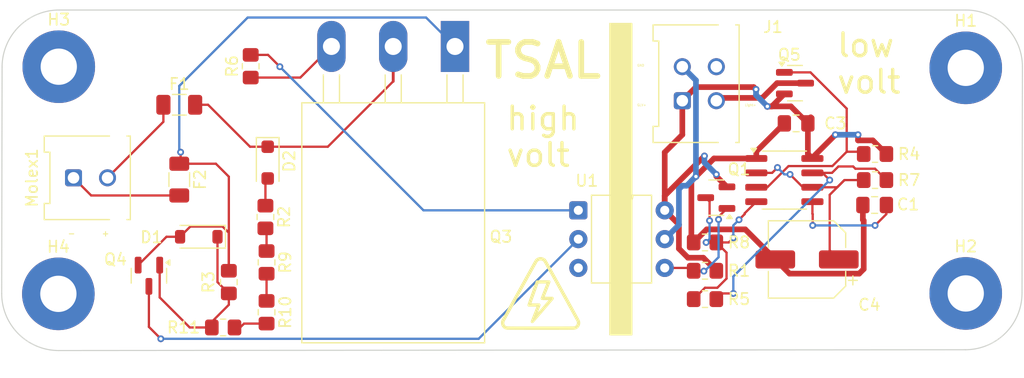
<source format=kicad_pcb>
(kicad_pcb (version 20241229) (generator "pcbnew") (generator_version "9.0")
  (layers (0 "F.Cu" signal) (2 "B.Cu" signal) (13 "F.Paste" user) (15 "B.Paste" user) (5 "F.SilkS" user "F.Silkscreen") (7 "B.SilkS" user "B.Silkscreen") (1 "F.Mask" user) (3 "B.Mask" user) (25 "Edge.Cuts" user))
  (net 0 "")
  (net 1 "Net-(D1-K)")
  (net 2 "/HV-")
  (net 3 "GLV+")
  (net 4 "Net-(Q1-D)")
  (net 5 "Net-(Q1-G)")
  (net 6 "Net-(Q3-S)")
  (net 7 "Net-(Q4-D)")
  (net 8 "Net-(R6-Pad2)")
  (net 10 "Net-(D2-A)")
  (net 11 "/HV+")
  (net 12 "Net-(U2-CV)")
  (net 13 "Light+")
  (net 14 "GND")
  (net 15 "Net-(Q5-G)")
  (net 16 "Net-(U2-THR)")
  (net 18 "Net-(R10-Pad2)")
  (net 19 "Net-(R10-Pad1)")
  (net 20 "Net-(R2-Pad2)")
  (net 21 "Net-(D2-K)")
  (net 22 "Net-(Molex1-Pin_1)")
  (net 23 "Net-(U2-DIS)")
  (footprint "MountingHole:MountingHole_3.2mm_M3_Pad_TopBottom" (layer "F.Cu") (at 109 80.5)
    (property "Reference" "H3" (at 0 -4.15 0) (layer "F.SilkS"))
    (property "Value" "MountingHole")
    (pad "1" thru_hole circle (at 0 0) (size 3.6 3.6) (drill 3.2) (layers "*.Cu" "*.Mask"))
    (pad "1" connect circle (at 0 0) (size 6.4 6.4) (layers "F.Cu" "F.Mask"))
    (pad "1" connect circle (at 0 0) (size 6.4 6.4) (layers "B.Cu" "B.Mask"))
  )
  (footprint "Resistor_SMD:R_0805_2012Metric_Pad1.20x1.40mm_HandSolder" (layer "F.Cu") (at 127.3282 97.7579 -90)
    (property "Reference" "R9" (at 0 -1.65 90) (layer "F.SilkS"))
    (property "Value" "240k")
    (pad "1" smd roundrect (at -1 0 270) (size 1.2 1.4) (layers "F.Cu" "F.Mask" "F.Paste") (roundrect_rratio 0.208333) (net 20 "Net-(R2-Pad2)"))
    (pad "2" smd roundrect (at 1 0 270) (size 1.2 1.4) (layers "F.Cu" "F.Mask" "F.Paste") (roundrect_rratio 0.208333) (net 19 "Net-(R10-Pad1)"))
  )
  (footprint "Resistor_SMD:R_0805_2012Metric_Pad1.20x1.40mm_HandSolder" (layer "F.Cu") (at 124 99.5 90)
    (property "Reference" "R3" (at 0 -1.8 90) (layer "F.SilkS"))
    (property "Value" "2M")
    (pad "1" smd roundrect (at -1 0 90) (size 1.2 1.4) (layers "F.Cu" "F.Mask" "F.Paste") (roundrect_rratio 0.208333) (net 1 "Net-(D1-K)"))
    (pad "2" smd roundrect (at 1 0 90) (size 1.2 1.4) (layers "F.Cu" "F.Mask" "F.Paste") (roundrect_rratio 0.208333) (net 2 "/HV-"))
  )
  (footprint "Capacitor_SMD:CP_Elec_6.3x5.4" (layer "F.Cu") (at 175 97.5 180)
    (property "Reference" "C4" (at -5.5 -4 0) (layer "F.SilkS"))
    (property "Value" "100uF")
    (pad "1" smd roundrect (at -2.8 0 180) (size 3.5 1.6) (layers "F.Cu" "F.Mask" "F.Paste") (roundrect_rratio 0.15625) (net 16 "Net-(U2-THR)"))
    (pad "2" smd roundrect (at 2.8 0 180) (size 3.5 1.6) (layers "F.Cu" "F.Mask" "F.Paste") (roundrect_rratio 0.15625) (net 14 "GND"))
  )
  (footprint "Connector_Molex:Molex_Micro-Fit_3.0_43045-0212_2x01_P3.00mm_Vertical" (layer "F.Cu") (at 110.3 90.3 90)
    (property "Reference" "Molex1" (at 0 -3.67 90) (layer "F.SilkS"))
    (property "Value" "043045-0212")
    (pad "" np_thru_hole circle (at -3 3.94 90) (size 1.02 1.02) (drill 1.02) (layers "*.Cu" "*.Mask"))
    (pad "" np_thru_hole circle (at 3 3.94 90) (size 1.02 1.02) (drill 1.02) (layers "*.Cu" "*.Mask"))
    (pad "1" thru_hole roundrect (at 0 0 90) (size 1.5 1.5) (drill 1.02) (layers "*.Cu" "*.Mask") (roundrect_rratio 0.166667) (net 22 "Net-(Molex1-Pin_1)"))
    (pad "2" thru_hole circle (at 0 3 90) (size 1.5 1.5) (drill 1.02) (layers "*.Cu" "*.Mask") (net 11 "/HV+"))
  )
  (footprint "Fuse:Fuse_1206_3216Metric" (layer "F.Cu") (at 119.6282 90.4579 -90)
    (property "Reference" "F2" (at 0 -1.83 270) (layer "F.SilkS"))
    (property "Value" "750mA")
    (pad "1" smd roundrect (at -1.4 0 270) (size 1.25 1.75) (layers "F.Cu" "F.Mask" "F.Paste") (roundrect_rratio 0.2) (net 2 "/HV-"))
    (pad "2" smd roundrect (at 1.4 0 270) (size 1.25 1.75) (layers "F.Cu" "F.Mask" "F.Paste") (roundrect_rratio 0.2) (net 22 "Net-(Molex1-Pin_1)"))
  )
  (footprint "Capacitor_SMD:C_0805_2012Metric_Pad1.18x1.45mm_HandSolder" (layer "F.Cu") (at 174.0375 85.5)
    (property "Reference" "C3" (at 3.4625 0 0) (layer "F.SilkS"))
    (property "Value" "1uF")
    (pad "1" smd roundrect (at -1.0375 0) (size 1.175 1.45) (layers "F.Cu" "F.Mask" "F.Paste") (roundrect_rratio 0.212766) (net 14 "GND"))
    (pad "2" smd roundrect (at 1.0375 0) (size 1.175 1.45) (layers "F.Cu" "F.Mask" "F.Paste") (roundrect_rratio 0.212766) (net 3 "GLV+"))
  )
  (footprint "Resistor_SMD:R_0805_2012Metric_Pad1.20x1.40mm_HandSolder" (layer "F.Cu") (at 166 98.5 180)
    (property "Reference" "R1" (at -3 0 0) (layer "F.SilkS"))
    (property "Value" "2k")
    (pad "1" smd roundrect (at -1 0 180) (size 1.2 1.4) (layers "F.Cu" "F.Mask" "F.Paste") (roundrect_rratio 0.208333) (net 3 "GLV+"))
    (pad "2" smd roundrect (at 1 0 180) (size 1.2 1.4) (layers "F.Cu" "F.Mask" "F.Paste") (roundrect_rratio 0.208333) (net 5 "Net-(Q1-G)"))
  )
  (footprint "Resistor_SMD:R_0805_2012Metric_Pad1.20x1.40mm_HandSolder" (layer "F.Cu") (at 127.2282 93.7579 -90)
    (property "Reference" "R2" (at 0 -1.65 90) (layer "F.SilkS"))
    (property "Value" "240k")
    (pad "1" smd roundrect (at -1 0 270) (size 1.2 1.4) (layers "F.Cu" "F.Mask" "F.Paste") (roundrect_rratio 0.208333) (net 10 "Net-(D2-A)"))
    (pad "2" smd roundrect (at 1 0 270) (size 1.2 1.4) (layers "F.Cu" "F.Mask" "F.Paste") (roundrect_rratio 0.208333) (net 20 "Net-(R2-Pad2)"))
  )
  (footprint "MountingHole:MountingHole_3.2mm_M3_Pad_TopBottom" (layer "F.Cu") (at 108.964466 100.535534)
    (property "Reference" "H4" (at 0 -4.15 0) (layer "F.SilkS"))
    (property "Value" "MountingHole")
    (pad "1" thru_hole circle (at 0 0) (size 3.6 3.6) (drill 3.2) (layers "*.Cu" "*.Mask"))
    (pad "1" connect circle (at 0 0) (size 6.4 6.4) (layers "F.Cu" "F.Mask"))
    (pad "1" connect circle (at 0 0) (size 6.4 6.4) (layers "B.Cu" "B.Mask"))
  )
  (footprint "Capacitor_SMD:C_0805_2012Metric_Pad1.18x1.45mm_HandSolder" (layer "F.Cu") (at 180.9625 92.7)
    (property "Reference" "C1" (at 2.95 -0.05 0) (layer "F.SilkS"))
    (property "Value" "0.1uF")
    (pad "1" smd roundrect (at -1.0375 0) (size 1.175 1.45) (layers "F.Cu" "F.Mask" "F.Paste") (roundrect_rratio 0.212766) (net 14 "GND"))
    (pad "2" smd roundrect (at 1.0375 0) (size 1.175 1.45) (layers "F.Cu" "F.Mask" "F.Paste") (roundrect_rratio 0.212766) (net 12 "Net-(U2-CV)"))
  )
  (footprint "Diode_SMD:D_SOD-123" (layer "F.Cu") (at 121.35 95.5 180)
    (property "Reference" "D1" (at 4.1782 -0.0421 0) (layer "F.SilkS"))
    (property "Value" "BZT52C12")
    (pad "1" smd roundrect (at -1.65 0 180) (size 0.9 1.2) (layers "F.Cu" "F.Mask" "F.Paste") (net 1 "Net-(D1-K)"))
    (pad "2" smd roundrect (at 1.65 0 180) (size 0.9 1.2) (layers "F.Cu" "F.Mask" "F.Paste") (net 2 "/HV-"))
  )
  (footprint "Resistor_SMD:R_0805_2012Metric_Pad1.20x1.40mm_HandSolder" (layer "F.Cu") (at 123.5 103.5 180)
    (property "Reference" "R11" (at 3.5 0 0) (layer "F.SilkS"))
    (property "Value" "240k")
    (pad "1" smd roundrect (at -1 0 180) (size 1.2 1.4) (layers "F.Cu" "F.Mask" "F.Paste") (roundrect_rratio 0.208333) (net 18 "Net-(R10-Pad2)"))
    (pad "2" smd roundrect (at 1 0 180) (size 1.2 1.4) (layers "F.Cu" "F.Mask" "F.Paste") (roundrect_rratio 0.208333) (net 1 "Net-(D1-K)"))
  )
  (footprint "LOGO" (layer "F.Cu") (at 151.5 100.5)
    (property "Reference" "G***" (hide yes))
    (property "Value" "LOGO" (hide yes))
  )
  (footprint "MountingHole:MountingHole_3.2mm_M3_Pad_TopBottom" (layer "F.Cu") (at 189 100.5)
    (property "Reference" "H2" (at 0 -4.15 0) (layer "F.SilkS"))
    (property "Value" "MountingHole")
    (pad "1" thru_hole circle (at 0 0) (size 3.6 3.6) (drill 3.2) (layers "*.Cu" "*.Mask"))
    (pad "1" connect circle (at 0 0) (size 6.4 6.4) (layers "F.Cu" "F.Mask"))
    (pad "1" connect circle (at 0 0) (size 6.4 6.4) (layers "B.Cu" "B.Mask"))
  )
  (footprint "Resistor_SMD:R_0805_2012Metric_Pad1.20x1.40mm_HandSolder" (layer "F.Cu") (at 166 96)
    (property "Reference" "R8" (at 3 0 0) (layer "F.SilkS"))
    (property "Value" "1k")
    (pad "1" smd roundrect (at -1 0) (size 1.2 1.4) (layers "F.Cu" "F.Mask" "F.Paste") (roundrect_rratio 0.208333) (net 14 "GND"))
    (pad "2" smd roundrect (at 1 0) (size 1.2 1.4) (layers "F.Cu" "F.Mask" "F.Paste") (roundrect_rratio 0.208333) (net 4 "Net-(Q1-D)"))
  )
  (footprint "Connector_Molex:Molex_Micro-Fit_3.0_43045-0412_2x02_P3.00mm_Vertical" (layer "F.Cu") (at 164 83.5 90)
    (property "Reference" "J1" (at 6.5 8 180) (layer "F.SilkS"))
    (property "Value" "043045-0412")
    (pad "" np_thru_hole circle (at -3 3.94 90) (size 1.02 1.02) (drill 1.02) (layers "*.Cu" "*.Mask"))
    (pad "" np_thru_hole circle (at 6 3.94 90) (size 1.02 1.02) (drill 1.02) (layers "*.Cu" "*.Mask"))
    (pad "1" thru_hole roundrect (at 0 0 90) (size 1.5 1.5) (drill 1.02) (layers "*.Cu" "*.Mask") (roundrect_rratio 0.166667) (net 3 "GLV+"))
    (pad "2" thru_hole circle (at 3 0 90) (size 1.5 1.5) (drill 1.02) (layers "*.Cu" "*.Mask") (net 14 "GND"))
    (pad "3" thru_hole circle (at 0 3 90) (size 1.5 1.5) (drill 1.02) (layers "*.Cu" "*.Mask") (net 13 "Light+"))
    (pad "4" thru_hole circle (at 3 3 90) (size 1.5 1.5) (drill 1.02) (layers "*.Cu" "*.Mask"))
  )
  (footprint "Resistor_SMD:R_0805_2012Metric_Pad1.20x1.40mm_HandSolder" (layer "F.Cu") (at 127.3282 102.1579 -90)
    (property "Reference" "R10" (at 0 -1.65 90) (layer "F.SilkS"))
    (property "Value" "240k")
    (pad "1" smd roundrect (at -1 0 270) (size 1.2 1.4) (layers "F.Cu" "F.Mask" "F.Paste") (roundrect_rratio 0.208333) (net 19 "Net-(R10-Pad1)"))
    (pad "2" smd roundrect (at 1 0 270) (size 1.2 1.4) (layers "F.Cu" "F.Mask" "F.Paste") (roundrect_rratio 0.208333) (net 18 "Net-(R10-Pad2)"))
  )
  (footprint "Resistor_SMD:R_0805_2012Metric_Pad1.20x1.40mm_HandSolder" (layer "F.Cu") (at 181 88.2)
    (property "Reference" "R4" (at 3 0 0) (layer "F.SilkS"))
    (property "Value" "1k")
    (pad "1" smd roundrect (at -1 0) (size 1.2 1.4) (layers "F.Cu" "F.Mask" "F.Paste") (roundrect_rratio 0.208333) (net 15 "Net-(Q5-G)"))
    (pad "2" smd roundrect (at 1 0) (size 1.2 1.4) (layers "F.Cu" "F.Mask" "F.Paste") (roundrect_rratio 0.208333) (net 3 "GLV+"))
  )
  (footprint "Resistor_SMD:R_0805_2012Metric_Pad1.20x1.40mm_HandSolder" (layer "F.Cu") (at 166 101)
    (property "Reference" "R5" (at 3 0 0) (layer "F.SilkS"))
    (property "Value" "100")
    (pad "1" smd roundrect (at -1 0) (size 1.2 1.4) (layers "F.Cu" "F.Mask" "F.Paste") (roundrect_rratio 0.208333) (net 4 "Net-(Q1-D)"))
    (pad "2" smd roundrect (at 1 0) (size 1.2 1.4) (layers "F.Cu" "F.Mask" "F.Paste") (roundrect_rratio 0.208333) (net 23 "Net-(U2-DIS)"))
  )
  (footprint "Package_DIP:DIP-6_W7.62mm" (layer "F.Cu") (at 154.8282 93.1679)
    (property "Reference" "U1" (at 0.752 -2.6058 0) (layer "F.SilkS"))
    (property "Value" "H11L1M")
    (pad "1" thru_hole roundrect (at 0 0) (size 1.6 1.6) (drill 0.8) (layers "*.Cu" "*.Mask") (roundrect_rratio 0.15625) (net 8 "Net-(R6-Pad2)"))
    (pad "2" thru_hole circle (at 0 2.54) (size 1.6 1.6) (drill 0.8) (layers "*.Cu" "*.Mask") (net 7 "Net-(Q4-D)"))
    (pad "3" thru_hole circle (at 0 5.08) (size 1.6 1.6) (drill 0.8) (layers "*.Cu" "*.Mask"))
    (pad "4" thru_hole circle (at 7.62 5.08) (size 1.6 1.6) (drill 0.8) (layers "*.Cu" "*.Mask") (net 5 "Net-(Q1-G)"))
    (pad "5" thru_hole circle (at 7.62 2.54) (size 1.6 1.6) (drill 0.8) (layers "*.Cu" "*.Mask") (net 14 "GND"))
    (pad "6" thru_hole circle (at 7.62 0) (size 1.6 1.6) (drill 0.8) (layers "*.Cu" "*.Mask") (net 3 "GLV+"))
  )
  (footprint "Diode_SMD:D_SOD-123F" (layer "F.Cu") (at 127.4282 88.9579 -90)
    (property "Reference" "D2" (at -0.127 -1.905 270) (layer "F.SilkS"))
    (property "Value" "BZT52C51")
    (pad "1" smd roundrect (at -1.4 0 270) (size 1.1 1.1) (layers "F.Cu" "F.Mask" "F.Paste") (roundrect_rratio 0.2272727273) (net 21 "Net-(D2-K)"))
    (pad "2" smd roundrect (at 1.4 0 270) (size 1.1 1.1) (layers "F.Cu" "F.Mask" "F.Paste") (roundrect_rratio 0.2272727273) (net 10 "Net-(D2-A)"))
  )
  (footprint "Fuse:Fuse_1206_3216Metric" (layer "F.Cu") (at 119.6282 83.8579)
    (property "Reference" "F1" (at 0 -1.83 0) (layer "F.SilkS"))
    (property "Value" "750mA")
    (pad "1" smd roundrect (at -1.4 0) (size 1.25 1.75) (layers "F.Cu" "F.Mask" "F.Paste") (roundrect_rratio 0.2) (net 11 "/HV+"))
    (pad "2" smd roundrect (at 1.4 0) (size 1.25 1.75) (layers "F.Cu" "F.Mask" "F.Paste") (roundrect_rratio 0.2) (net 21 "Net-(D2-K)"))
  )
  (footprint "Package_TO_SOT_SMD:SOT-23" (layer "F.Cu") (at 167 92.05 180)
    (property "Reference" "Q1" (at -2 2.5 180) (layer "F.SilkS"))
    (property "Value" "DMP2035U-7")
    (pad "1" smd roundrect (at -0.9375 -0.95 180) (size 1.475 0.6) (layers "F.Cu" "F.Mask" "F.Paste") (net 5 "Net-(Q1-G)"))
    (pad "2" smd roundrect (at -0.9375 0.95 180) (size 1.475 0.6) (layers "F.Cu" "F.Mask" "F.Paste") (net 3 "GLV+"))
    (pad "3" smd roundrect (at 0.9375 0 180) (size 1.475 0.6) (layers "F.Cu" "F.Mask" "F.Paste") (net 4 "Net-(Q1-D)"))
  )
  (footprint "Package_SO:SOIC-8_3.9x4.9mm_P1.27mm" (layer "F.Cu") (at 173 90.5)
    (property "Reference" "U2" (hide yes))
    (property "Value" "NE555D")
    (pad "1" smd roundrect (at -2.475 -1.905) (size 1.95 0.6) (layers "F.Cu" "F.Mask" "F.Paste") (net 14 "GND"))
    (pad "2" smd roundrect (at -2.475 -0.635) (size 1.95 0.6) (layers "F.Cu" "F.Mask" "F.Paste") (net 16 "Net-(U2-THR)"))
    (pad "3" smd roundrect (at -2.475 0.635) (size 1.95 0.6) (layers "F.Cu" "F.Mask" "F.Paste") (net 15 "Net-(Q5-G)"))
    (pad "4" smd roundrect (at -2.475 1.905) (size 1.95 0.6) (layers "F.Cu" "F.Mask" "F.Paste") (net 4 "Net-(Q1-D)"))
    (pad "5" smd roundrect (at 2.475 1.905) (size 1.95 0.6) (layers "F.Cu" "F.Mask" "F.Paste") (net 12 "Net-(U2-CV)"))
    (pad "6" smd roundrect (at 2.475 0.635) (size 1.95 0.6) (layers "F.Cu" "F.Mask" "F.Paste") (net 16 "Net-(U2-THR)"))
    (pad "7" smd roundrect (at 2.475 -0.635) (size 1.95 0.6) (layers "F.Cu" "F.Mask" "F.Paste") (net 23 "Net-(U2-DIS)"))
    (pad "8" smd roundrect (at 2.475 -1.905) (size 1.95 0.6) (layers "F.Cu" "F.Mask" "F.Paste") (net 3 "GLV+"))
  )
  (footprint "Resistor_SMD:R_0805_2012Metric_Pad1.20x1.40mm_HandSolder" (layer "F.Cu") (at 181 90.5)
    (property "Reference" "R7" (at 3 0 0) (layer "F.SilkS"))
    (property "Value" "3k")
    (pad "1" smd roundrect (at -1 0) (size 1.2 1.4) (layers "F.Cu" "F.Mask" "F.Paste") (roundrect_rratio 0.208333) (net 16 "Net-(U2-THR)"))
    (pad "2" smd roundrect (at 1 0) (size 1.2 1.4) (layers "F.Cu" "F.Mask" "F.Paste") (roundrect_rratio 0.208333) (net 23 "Net-(U2-DIS)"))
  )
  (footprint "Package_TO_SOT_THT:TO-247-3_Horizontal_TabDown" (layer "F.Cu") (at 143.95 78.7144 180)
    (property "Reference" "Q3" (at -4.05 -16.7856 0) (layer "F.SilkS"))
    (property "Value" "UJ3N065080K3S")
    (pad "" np_thru_hole circle (at 5.45 -19.86 180) (size 3.6 3.6) (drill 3.6) (layers "*.Cu" "*.Mask"))
    (pad "1" thru_hole rect (at 0 0 180) (size 2.5 4.5) (drill 1.5) (layers "*.Cu" "*.Mask") (net 2 "/HV-"))
    (pad "2" thru_hole oval (at 5.45 0 180) (size 2.5 4.5) (drill 1.5) (layers "*.Cu" "*.Mask") (net 21 "Net-(D2-K)"))
    (pad "3" thru_hole oval (at 10.9 0 180) (size 2.5 4.5) (drill 1.5) (layers "*.Cu" "*.Mask") (net 6 "Net-(Q3-S)"))
  )
  (footprint "Package_TO_SOT_SMD:SOT-23" (layer "F.Cu") (at 116.95 98.9375 -90)
    (property "Reference" "Q4" (at -1.4375 2.95 180) (layer "F.SilkS"))
    (property "Value" "DMN2056U")
    (pad "1" smd roundrect (at -0.9375 -0.95 270) (size 1.475 0.6) (layers "F.Cu" "F.Mask" "F.Paste") (net 1 "Net-(D1-K)"))
    (pad "2" smd roundrect (at -0.9375 0.95 270) (size 1.475 0.6) (layers "F.Cu" "F.Mask" "F.Paste") (net 2 "/HV-"))
    (pad "3" smd roundrect (at 0.9375 0 270) (size 1.475 0.6) (layers "F.Cu" "F.Mask" "F.Paste") (net 7 "Net-(Q4-D)"))
  )
  (footprint "Resistor_SMD:R_0805_2012Metric_Pad1.20x1.40mm_HandSolder" (layer "F.Cu") (at 125.9282 80.4579 90)
    (property "Reference" "R6" (at 0 -1.65 90) (layer "F.SilkS"))
    (property "Value" "5.6k")
    (pad "1" smd roundrect (at -1 0 90) (size 1.2 1.4) (layers "F.Cu" "F.Mask" "F.Paste") (roundrect_rratio 0.208333) (net 6 "Net-(Q3-S)"))
    (pad "2" smd roundrect (at 1 0 90) (size 1.2 1.4) (layers "F.Cu" "F.Mask" "F.Paste") (roundrect_rratio 0.208333) (net 8 "Net-(R6-Pad2)"))
  )
  (footprint "MountingHole:MountingHole_3.2mm_M3_Pad_TopBottom" (layer "F.Cu") (at 189 80.6)
    (property "Reference" "H1" (at 0 -4.15 0) (layer "F.SilkS"))
    (property "Value" "MountingHole")
    (pad "1" thru_hole circle (at 0 0) (size 3.6 3.6) (drill 3.2) (layers "*.Cu" "*.Mask"))
    (pad "1" connect circle (at 0 0) (size 6.4 6.4) (layers "F.Cu" "F.Mask"))
    (pad "1" connect circle (at 0 0) (size 6.4 6.4) (layers "B.Cu" "B.Mask"))
  )
  (footprint "Package_TO_SOT_SMD:SOT-23" (layer "F.Cu") (at 173.9375 81.95)
    (property "Reference" "Q5" (at -0.5 -2.5 0) (layer "F.SilkS"))
    (property "Value" "AO3401A")
    (pad "1" smd roundrect (at -0.9375 -0.95) (size 1.475 0.6) (layers "F.Cu" "F.Mask" "F.Paste") (net 15 "Net-(Q5-G)"))
    (pad "2" smd roundrect (at -0.9375 0.95) (size 1.475 0.6) (layers "F.Cu" "F.Mask" "F.Paste") (net 3 "GLV+"))
    (pad "3" smd roundrect (at 0.9375 0) (size 1.475 0.6) (layers "F.Cu" "F.Mask" "F.Paste") (net 13 "Light+"))
  )
  (gr_rect (start 157.6257 76.7079) (end 159.5307 104.1329) (stroke (width 0.15)) (fill no) (layer "F.SilkS"))
  (gr_line (start 188.964466 105.464465) (end 109 105.535471) (stroke (width 0.1)) (layer "Edge.Cuts"))
  (gr_arc (start 193.964466 100.464466) (mid 192.5 104) (end 188.964466 105.464466) (stroke (width 0.1)) (layer "Edge.Cuts"))
  (gr_arc (start 103.999882 80.54393) (mid 105.471821 76.977752) (end 109.035542 75.499875) (stroke (width 0.1)) (layer "Edge.Cuts"))
  (gr_line (start 103.964529 100.5) (end 103.999882 80.54393) (stroke (width 0.1)) (layer "Edge.Cuts"))
  (gr_arc (start 189 75.5) (mid 192.535534 76.964466) (end 194 80.5) (stroke (width 0.1)) (layer "Edge.Cuts"))
  (gr_arc (start 109 105.535471) (mid 105.439384 104.060616) (end 103.964529 100.5) (stroke (width 0.1)) (layer "Edge.Cuts"))
  (gr_line (start 109.035534 75.499875) (end 189 75.5) (stroke (width 0.1)) (layer "Edge.Cuts"))
  (gr_line (start 194 80.5) (end 193.964465 100.464466) (stroke (width 0.1)) (layer "Edge.Cuts"))
  (gr_text "-" (at 110.5 95.5 0) (layer "F.SilkS") (effects (font (size 0.5 0.5) (thickness 0.1) (bold yes)) (justify left bottom mirror)))
  (gr_text "GND" (at 160 80.5 0) (layer "F.SilkS") (effects (font (size 0.2 0.2) (thickness 0.04) (bold yes)) (justify left bottom)))
  (gr_text "GLV+" (at 160 84 0) (layer "F.SilkS") (effects (font (size 0.2 0.2) (thickness 0.04) (bold yes)) (justify left bottom)))
  (gr_text "Light+" (at 169.5 84 0) (layer "F.SilkS") (effects (font (size 0.2 0.2) (thickness 0.04) (bold yes)) (justify left bottom)))
  (gr_text "low \nvolt\n" (at 177.5 83 0) (layer "F.SilkS") (effects (font (size 2 2) (thickness 0.3)) (justify left bottom)))
  (gr_text "high \nvolt" (at 148.3282 89.4579 0) (layer "F.SilkS") (effects (font (size 2 2) (thickness 0.3)) (justify left bottom)))
  (gr_text "+" (at 113.5 95.5 0) (layer "F.SilkS") (effects (font (size 0.5 0.5) (thickness 0.1) (bold yes)) (justify left bottom mirror)))
  (gr_text "TSAL" (at 146.3282 81.7079 0) (layer "F.SilkS") (effects (font (size 3 3) (thickness 0.5) (bold yes)) (justify left bottom)))
  (segment (start 117.9 100.85) (end 120.55 103.5) (width 0.2) (layer "F.Cu") (net 1))
  (segment (start 117.9 98) (end 117.9 100.85) (width 0.2) (layer "F.Cu") (net 1))
  (segment (start 124 101.5) (end 124 100.5) (width 0.2) (layer "F.Cu") (net 1))
  (segment (start 123 99.5) (end 124 100.5) (width 0.2) (layer "F.Cu") (net 1))
  (segment (start 122.5 103) (end 124 101.5) (width 0.2) (layer "F.Cu") (net 1))
  (segment (start 123 95.5) (end 123 99.5) (width 0.2) (layer "F.Cu") (net 1))
  (segment (start 120.55 103.5) (end 122.5 103.5) (width 0.2) (layer "F.Cu") (net 1))
  (segment (start 122.5 103.5) (end 122.5 103) (width 0.2) (layer "F.Cu") (net 1))
  (segment (start 124 90.2) (end 122.8579 89.0579) (width 0.2) (layer "F.Cu") (net 2))
  (segment (start 119.6282 87.9179) (end 119.7482 88.0379) (width 0.2) (layer "F.Cu") (net 2))
  (segment (start 119.7 95.5) (end 120.601 94.599) (width 0.2) (layer "F.Cu") (net 2))
  (segment (start 119.7482 88.0379) (end 119.7482 88.9379) (width 0.2) (layer "F.Cu") (net 2))
  (segment (start 116 98) (end 118.5 95.5) (width 0.2) (layer "F.Cu") (net 2))
  (segment (start 122.8579 89.0579) (end 119.6282 89.0579) (width 0.2) (layer "F.Cu") (net 2))
  (segment (start 119.7482 88.9379) (end 119.6282 89.0579) (width 0.2) (layer "F.Cu") (net 2))
  (segment (start 124 90.2) (end 124 98.5) (width 0.2) (layer "F.Cu") (net 2))
  (segment (start 120.601 94.599) (end 123.44911 94.599) (width 0.2) (layer "F.Cu") (net 2))
  (segment (start 118.5 95.5) (end 119.7 95.5) (width 0.2) (layer "F.Cu") (net 2))
  (segment (start 124 95.14989) (end 124 98.5) (width 0.2) (layer "F.Cu") (net 2))
  (segment (start 123.44911 94.599) (end 124 95.14989) (width 0.2) (layer "F.Cu") (net 2))
  (via (at 119.7482 88.0379) (size 0.6) (drill 0.3) (layers "F.Cu" "B.Cu") (net 2))
  (segment (start 141.399 76.1634) (end 143.95 78.7144) (width 0.2) (layer "B.Cu") (net 2))
  (segment (start 125.660618 76.1634) (end 141.399 76.1634) (width 0.2) (layer "B.Cu") (net 2))
  (segment (start 119.6282 82.195818) (end 125.660618 76.1634) (width 0.2) (layer "B.Cu") (net 2))
  (segment (start 119.6282 87.9179) (end 119.6282 82.195818) (width 0.2) (layer "B.Cu") (net 2))
  (segment (start 143.9282 77.9579) (end 143.95 77.9797) (width 0.2) (layer "B.Cu") (net 2))
  (segment (start 164 86.5) (end 162.4482 88.0518) (width 0.5) (layer "F.Cu") (net 3))
  (segment (start 162.4482 91.876423) (end 165.951 88.373623) (width 0.5) (layer "F.Cu") (net 3))
  (segment (start 162.4482 88.0518) (end 162.4482 93.1679) (width 0.5) (layer "F.Cu") (net 3))
  (segment (start 162.4482 93.1679) (end 163.6992 94.4189) (width 0.5) (layer "F.Cu") (net 3))
  (segment (start 173.575 84) (end 175.075 85.5) (width 0.5) (layer "F.Cu") (net 3))
  (segment (start 175.475 88.595) (end 175.475 88.525) (width 0.5) (layer "F.Cu") (net 3))
  (segment (start 163.6992 94.4189) (end 163.6992 96.5482) (width 0.5) (layer "F.Cu") (net 3))
  (segment (start 171.5 84) (end 173.575 84) (width 0.5) (layer "F.Cu") (net 3))
  (segment (start 179.5 86.5) (end 179.5 87) (width 0.5) (layer "F.Cu") (net 3))
  (segment (start 167 90.1625) (end 167.9375 91.1) (width 0.5) (layer "F.Cu") (net 3))
  (segment (start 167 90) (end 167 90.1625) (width 0.5) (layer "F.Cu") (net 3))
  (segment (start 179.5 87) (end 180.8 87) (width 0.5) (layer "F.Cu") (net 3))
  (segment (start 164 83.5) (end 164 86.5) (width 0.5) (layer "F.Cu") (net 3))
  (segment (start 162.4482 93.1679) (end 162.4482 91.876423) (width 0.5) (layer "F.Cu") (net 3))
  (segment (start 165.849 97.349) (end 167 98.5) (width 0.5) (layer "F.Cu") (net 3))
  (segment (start 175.475 88.525) (end 177.5 86.5) (width 0.5) (layer "F.Cu") (net 3))
  (segment (start 175.075 85.5) (end 175.075 88.195) (width 0.5) (layer "F.Cu") (net 3))
  (segment (start 171.5 84) (end 171.9 84) (width 0.5) (layer "F.Cu") (net 3))
  (segment (start 174.8186 85.4675) (end 175.3282 84.9579) (width 0.5) (layer "F.Cu") (net 3))
  (segment (start 165.201 82.299) (end 170.299 82.299) (width 0.5) (layer "F.Cu") (net 3))
  (segment (start 175.075 88.195) (end 175.475 88.595) (width 0.5) (layer "F.Cu") (net 3))
  (segment (start 164 83.5) (end 165.201 82.299) (width 0.5) (layer "F.Cu") (net 3))
  (segment (start 171.9 84) (end 173 82.9) (width 0.5) (layer "F.Cu") (net 3))
  (segment (start 163.6992 96.5482) (end 164.5 97.349) (width 0.5) (layer "F.Cu") (net 3))
  (segment (start 164.5 97.349) (end 165.849 97.349) (width 0.5) (layer "F.Cu") (net 3))
  (segment (start 170.299 82.299) (end 170.5 82.5) (width 0.5) (layer "F.Cu") (net 3))
  (segment (start 180.8 87) (end 182 88.2) (width 0.5) (layer "F.Cu") (net 3))
  (via (at 171.5 84) (size 0.6) (drill 0.3) (layers "F.Cu" "B.Cu") (net 3))
  (via (at 167 90) (size 0.6) (drill 0.3) (layers "F.Cu" "B.Cu") (net 3))
  (via (at 177.5 86.5) (size 0.6) (drill 0.3) (layers "F.Cu" "B.Cu") (net 3))
  (via (at 179.5 86.5) (size 0.6) (drill 0.3) (layers "F.Cu" "B.Cu") (net 3))
  (via (at 165.951 88.373623) (size 0.6) (drill 0.3) (layers "F.Cu" "B.Cu") (net 3))
  (via (at 170.5 82.5) (size 0.6) (drill 0.3) (layers "F.Cu" "B.Cu") (net 3))
  (segment (start 170.5 83) (end 171.5 84) (width 0.5) (layer "B.Cu") (net 3))
  (segment (start 165.951 88.373623) (end 165.951 88.951) (width 0.5) (layer "B.Cu") (net 3))
  (segment (start 165.951 88.951) (end 167 90) (width 0.5) (layer "B.Cu") (net 3))
  (segment (start 170.5 82.5) (end 170.5 83) (width 0.5) (layer "B.Cu") (net 3))
  (segment (start 177.5 86.5) (end 179.5 86.5) (width 0.5) (layer "B.Cu") (net 3))
  (segment (start 169 94) (end 169.5 93.5) (width 0.2) (layer "F.Cu") (net 4))
  (segment (start 167 96) (end 168.099 96) (width 0.2) (layer "F.Cu") (net 4))
  (segment (start 167.901 96.901) (end 167.901 99.18516) (width 0.2) (layer "F.Cu") (net 4))
  (segment (start 166.001 99.999) (end 165 101) (width 0.2) (layer "F.Cu") (net 4))
  (segment (start 166.404192 92.391692) (end 166.0625 92.05) (width 0.2) (layer "F.Cu") (net 4))
  (segment (start 167.901 99.18516) (end 167.08716 99.999) (width 0.2) (layer "F.Cu") (net 4))
  (segment (start 167.08716 99.999) (end 166.001 99.999) (width 0.2) (layer "F.Cu") (net 4))
  (segment (start 168.099 96) (end 168.5 95.599) (width 0.2) (layer "F.Cu") (net 4))
  (segment (start 169.5 93.5) (end 169.5 93.43) (width 0.2) (layer "F.Cu") (net 4))
  (segment (start 166.404192 94.076903) (end 166.404192 92.391692) (width 0.2) (layer "F.Cu") (net 4))
  (segment (start 169.5 93.43) (end 170.525 92.405) (width 0.2) (layer "F.Cu") (net 4))
  (segment (start 166.1 96) (end 167 96) (width 0.2) (layer "F.Cu") (net 4))
  (segment (start 167 96) (end 167.901 96.901) (width 0.2) (layer "F.Cu") (net 4))
  (segment (start 167.1732 95.8629) (end 167.0782 95.9579) (width 0.5) (layer "F.Cu") (net 4))
  (via (at 169 94) (size 0.6) (drill 0.3) (layers "F.Cu" "B.Cu") (net 4))
  (via (at 166.1 96) (size 0.6) (drill 0.3) (layers "F.Cu" "B.Cu") (net 4))
  (via (at 168.5 95.599) (size 0.6) (drill 0.3) (layers "F.Cu" "B.Cu") (net 4))
  (via (at 166.404192 94.076903) (size 0.6) (drill 0.3) (layers "F.Cu" "B.Cu") (net 4))
  (segment (start 168.5 94.5) (end 169 94) (width 0.2) (layer "B.Cu") (net 4))
  (segment (start 166.404192 95.695808) (end 166.1 96) (width 0.2) (layer "B.Cu") (net 4))
  (segment (start 166.404192 94.076903) (end 166.404192 95.695808) (width 0.2) (layer "B.Cu") (net 4))
  (segment (start 168.5 95.599) (end 168.5 94.5) (width 0.2) (layer "B.Cu") (net 4))
  (segment (start 167.197613 93.974493) (end 167.197613 93.739887) (width 0.2) (layer "F.Cu") (net 5))
  (segment (start 164.7479 98.2479) (end 165 98.5) (width 0.2) (layer "F.Cu") (net 5))
  (segment (start 164.590338 98.5) (end 165 98.5) (width 0.2) (layer "F.Cu") (net 5))
  (segment (start 162.4482 98.2479) (end 164.7479 98.2479) (width 0.2) (layer "F.Cu") (net 5))
  (segment (start 165.030331 98.530331) (end 165 98.5) (width 0.2) (layer "F.Cu") (net 5))
  (segment (start 165.9 98.530331) (end 165.030331 98.530331) (width 0.2) (layer "F.Cu") (net 5))
  (segment (start 167.197613 93.739887) (end 167.9375 93) (width 0.2) (layer "F.Cu") (net 5))
  (via (at 167.197613 93.974493) (size 0.6) (drill 0.3) (layers "F.Cu" "B.Cu") (net 5))
  (via (at 165.9 98.530331) (size 0.6) (drill 0.3) (layers "F.Cu" "B.Cu") (net 5))
  (segment (start 167.197613 93.974493) (end 167.197613 97.302387) (width 0.2) (layer "B.Cu") (net 5))
  (segment (start 165.969669 98.530331) (end 165.9 98.530331) (width 0.2) (layer "B.Cu") (net 5))
  (segment (start 167.197613 97.302387) (end 165.969669 98.530331) (width 0.2) (layer "B.Cu") (net 5))
  (segment (start 130.3065 81.4579) (end 133.05 78.7144) (width 0.2) (layer "F.Cu") (net 6))
  (segment (start 125.9282 81.4579) (end 130.3065 81.4579) (width 0.2) (layer "F.Cu") (net 6))
  (segment (start 116.95 103.45) (end 118 104.5) (width 0.2) (layer "F.Cu") (net 7))
  (segment (start 116.95 99.875) (end 116.95 103.45) (width 0.2) (layer "F.Cu") (net 7))
  (via (at 118 104.5) (size 0.6) (drill 0.3) (layers "F.Cu" "B.Cu") (net 7))
  (segment (start 146.0361 104.5) (end 149.8282 100.7079) (width 0.2) (layer "B.Cu") (net 7))
  (segment (start 118 104.5) (end 146.0361 104.5) (width 0.2) (layer "B.Cu") (net 7))
  (segment (start 149.8282 100.7079) (end 154.8282 95.7079) (width 0.2) (layer "B.Cu") (net 7))
  (segment (start 125.9282 79.4579) (end 127.4579 79.4579) (width 0.2) (layer "F.Cu") (net 8))
  (segment (start 127.4579 79.4579) (end 128.5 80.5) (width 0.2) (layer "F.Cu") (net 8))
  (via (at 128.5 80.5) (size 0.6) (drill 0.3) (layers "F.Cu" "B.Cu") (net 8))
  (segment (start 128.5 80.5) (end 141.1679 93.1679) (width 0.2) (layer "B.Cu") (net 8))
  (segment (start 141.1679 93.1679) (end 154.8282 93.1679) (width 0.2) (layer "B.Cu") (net 8))
  (segment (start 127.2282 92.7579) (end 127.2282 90.5579) (width 0.2) (layer "F.Cu") (net 10))
  (segment (start 127.2282 90.5579) (end 127.4282 90.3579) (width 0.2) (layer "F.Cu") (net 10))
  (segment (start 112.8282 90.7579) (end 118.2282 85.3579) (width 0.2) (layer "F.Cu") (net 11))
  (segment (start 118.2282 85.3579) (end 118.2282 83.8579) (width 0.2) (layer "F.Cu") (net 11))
  (segment (start 182 93.5) (end 181 94.5) (width 0.2) (layer "F.Cu") (net 12))
  (segment (start 175.5 94.5) (end 175.5 93.5) (width 0.2) (layer "F.Cu") (net 12))
  (segment (start 175.5 93.5) (end 175.475 93.475) (width 0.2) (layer "F.Cu") (net 12))
  (segment (start 182 92.7) (end 182 93.5) (width 0.2) (layer "F.Cu") (net 12))
  (segment (start 175.475 93.475) (end 175.475 92.405) (width 0.2) (layer "F.Cu") (net 12))
  (via (at 181 94.5) (size 0.6) (drill 0.3) (layers "F.Cu" "B.Cu") (net 12))
  (via (at 175.5 94.5) (size 0.6) (drill 0.3) (layers "F.Cu" "B.Cu") (net 12))
  (segment (start 181 94.5) (end 175.5 94.5) (width 0.2) (layer "B.Cu") (net 12))
  (segment (start 172.3584 81.95) (end 171.0574 83.251) (width 0.5) (layer "F.Cu") (net 13))
  (segment (start 172.3584 81.95) (end 174.875 81.95) (width 0.5) (layer "F.Cu") (net 13))
  (segment (start 171.0574 83.251) (end 167.249 83.251) (width 0.5) (layer "F.Cu") (net 13))
  (segment (start 167.249 83.251) (end 167 83.5) (width 0.5) (layer "F.Cu") (net 13))
  (segment (start 165.201 90.184282) (end 166.790282 88.595) (width 0.5) (layer "F.Cu") (net 14))
  (segment (start 173.451 98.751) (end 179.597292 98.751) (width 0.5) (layer "F.Cu") (net 14))
  (segment (start 165.201 90.184282) (end 164.799 90.586282) (width 0.5) (layer "F.Cu") (net 14))
  (segment (start 162.5882 95.6679) (end 162.5932 95.6679) (width 1.2) (layer "F.Cu") (net 14))
  (segment (start 180.001 98.347292) (end 180.001 94.076) (width 0.5) (layer "F.Cu") (net 14))
  (segment (start 166.151 94.849) (end 169.549 94.849) (width 0.5) (layer "F.Cu") (net 14))
  (segment (start 166.790282 88.595) (end 170.525 88.595) (width 0.5) (layer "F.Cu") (net 14))
  (segment (start 164.799 90.586282) (end 164.799 95.799) (width 0.5) (layer "F.Cu") (net 14))
  (segment (start 179.597292 98.751) (end 180.001 98.347292) (width 0.5) (layer "F.Cu") (net 14))
  (segment (start 169.549 94.849) (end 172.2 97.5) (width 0.5) (layer "F.Cu") (net 14))
  (segment (start 179.925 94) (end 179.925 92.7) (width 0.5) (layer "F.Cu") (net 14))
  (segment (start 164.799 95.799) (end 165 96) (width 0.5) (layer "F.Cu") (net 14))
  (segment (start 170.525 87.975) (end 173 85.5) (width 0.5) (layer "F.Cu") (net 14))
  (segment (start 165 96) (end 166.151 94.849) (width 0.5) (layer "F.Cu") (net 14))
  (segment (start 170.525 88.595) (end 170.525 87.975) (width 0.5) (layer "F.Cu") (net 14))
  (segment (start 172.2 97.5) (end 173.451 98.751) (width 0.5) (layer "F.Cu") (net 14))
  (segment (start 180.001 94.076) (end 179.925 94) (width 0.5) (layer "F.Cu") (net 14))
  (via (at 165.201 90.184282) (size 0.6) (drill 0.3) (layers "F.Cu" "B.Cu") (net 14))
  (segment (start 163.6992 91.3008) (end 163.6992 94.4569) (width 0.5) (layer "B.Cu") (net 14))
  (segment (start 165.201 81.701) (end 165.201 90.184282) (width 0.5) (layer "B.Cu") (net 14))
  (segment (start 164 80.5) (end 165.201 81.701) (width 0.5) (layer "B.Cu") (net 14))
  (segment (start 163.6992 94.4569) (end 162.4482 95.7079) (width 0.5) (layer "B.Cu") (net 14))
  (segment (start 165.201 90.184282) (end 164.385282 91) (width 0.5) (layer "B.Cu") (net 14))
  (segment (start 164.385282 91) (end 164 91) (width 0.5) (layer "B.Cu") (net 14))
  (segment (start 164 91) (end 163.6992 91.3008) (width 0.5) (layer "B.Cu") (net 14))
  (segment (start 178.5 88) (end 179.8 88) (width 0.2) (layer "F.Cu") (net 15))
  (segment (start 177.236 89.264) (end 173.370999 89.264) (width 0.2) (layer "F.Cu") (net 15))
  (segment (start 178.5 84.195532) (end 178.5 88) (width 0.2) (layer "F.Cu") (net 15))
  (segment (start 179.8 88) (end 180 88.2) (width 0.2) (layer "F.Cu") (net 15))
  (segment (start 173.370999 89.264) (end 171.499999 91.135) (width 0.2) (layer "F.Cu") (net 15))
  (segment (start 173 81) (end 175.304468 81) (width 0.2) (layer "F.Cu") (net 15))
  (segment (start 171.499999 91.135) (end 170.525 91.135) (width 0.2) (layer "F.Cu") (net 15))
  (segment (start 175.304468 81) (end 178.5 84.195532) (width 0.2) (layer "F.Cu") (net 15))
  (segment (start 178.5 88) (end 177.236 89.264) (width 0.2) (layer "F.Cu") (net 15))
  (segment (start 178.3 90.5) (end 180 90.5) (width 0.2) (layer "F.Cu") (net 16))
  (segment (start 175.475 91.135) (end 174.635 91.135) (width 0.2) (layer "F.Cu") (net 16))
  (segment (start 177 91.8) (end 177 96.7) (width 0.2) (layer "F.Cu") (net 16))
  (segment (start 177 91.8) (end 178.3 90.5) (width 0.2) (layer "F.Cu") (net 16))
  (segment (start 177.665 91.135) (end 178.3 90.5) (width 0.2) (layer "F.Cu") (net 16))
  (segment (start 172.393235 89.393234) (end 171.921469 89.865) (width 0.2) (layer "F.Cu") (net 16))
  (segment (start 171.921469 89.865) (end 170.525 89.865) (width 0.2) (layer "F.Cu") (net 16))
  (segment (start 177.665 91.135) (end 175.475 91.135) (width 0.2) (layer "F.Cu") (net 16))
  (segment (start 174.635 91.135) (end 173.5 90) (width 0.2) (layer "F.Cu") (net 16))
  (segment (start 177 96.7) (end 177.8 97.5) (width 0.2) (layer "F.Cu") (net 16))
  (via (at 172.393235 89.393234) (size 0.6) (drill 0.3) (layers "F.Cu" "B.Cu") (net 16))
  (via (at 173.5 90) (size 0.6) (drill 0.3) (layers "F.Cu" "B.Cu") (net 16))
  (segment (start 173.5 90) (end 173.000001 90) (width 0.2) (layer "B.Cu") (net 16))
  (segment (start 173.000001 90) (end 172.393235 89.393234) (width 0.2) (layer "B.Cu") (net 16))
  (segment (start 125.3421 103.1579) (end 127.3282 103.1579) (width 0.2) (layer "F.Cu") (net 18))
  (segment (start 124.5 103.5) (end 125 103.5) (width 0.2) (layer "F.Cu") (net 18))
  (segment (start 125 103.5) (end 125.3421 103.1579) (width 0.2) (layer "F.Cu") (net 18))
  (segment (start 127.3282 101.1579) (end 127.3282 98.7579) (width 0.2) (layer "F.Cu") (net 19))
  (segment (start 127.3282 94.8579) (end 127.2282 94.7579) (width 0.2) (layer "F.Cu") (net 20))
  (segment (start 127.3282 96.7579) (end 127.3282 94.8579) (width 0.2) (layer "F.Cu") (net 20))
  (segment (start 121.2282 83.8579) (end 121.3282 83.9579) (width 0.2) (layer "F.Cu") (net 21))
  (segment (start 121.4282 83.8579) (end 122.1682 83.8579) (width 0.2) (layer "F.Cu") (net 21))
  (segment (start 122.1682 83.8579) (end 125.8682 87.5579) (width 0.2) (layer "F.Cu") (net 21))
  (segment (start 138.5 81.7906) (end 138.5 78.7144) (width 0.25) (layer "F.Cu") (net 21))
  (segment (start 132.7327 87.5579) (end 138.5 81.7906) (width 0.2) (layer "F.Cu") (net 21))
  (segment (start 125.8682 87.5579) (end 127.4282 87.5579) (width 0.2) (layer "F.Cu") (net 21))
  (segment (start 121.3282 83.9579) (end 121.4282 83.8579) (width 0.2) (layer "F.Cu") (net 21))
  (segment (start 127.4282 87.5579) (end 132.7327 87.5579) (width 0.2) (layer "F.Cu") (net 21))
  (segment (start 121.0282 83.8579) (end 121.2282 83.8579) (width 0.2) (layer "F.Cu") (net 21))
  (segment (start 119.6282 91.8579) (end 119.5382 91.9479) (width 0.2) (layer "F.Cu") (net 22))
  (segment (start 110.3 90.3) (end 111.8579 91.8579) (width 0.2) (layer "F.Cu") (net 22))
  (segment (start 111.8579 91.8579) (end 119.6282 91.8579) (width 0.2) (layer "F.Cu") (net 22))
  (segment (start 177.2021 89.865) (end 175.475 89.865) (width 0.2) (layer "F.Cu") (net 23))
  (segment (start 182 90.5) (end 180.999 89.499) (width 0.2) (layer "F.Cu") (net 23))
  (segment (start 168.5 100.5) (end 167.5 100.5) (width 0.2) (layer "F.Cu") (net 23))
  (segment (start 175.475 89.865) (end 176.365 89.865) (width 0.2) (layer "F.Cu") (net 23))
  (segment (start 179.0681 89.299) (end 179.2681 89.499) (width 0.2) (layer "F.Cu") (net 23))
  (segment (start 167.5 100.5) (end 167 101) (width 0.2) (layer "F.Cu") (net 23))
  (segment (start 177.7681 89.299) (end 177.2021 89.865) (width 0.2) (layer "F.Cu") (net 23))
  (segment (start 180.999 89.499) (end 179.2681 89.499) (width 0.2) (layer "F.Cu") (net 23))
  (segment (start 176.365 89.865) (end 177 90.5) (width 0.2) (layer "F.Cu") (net 23))
  (segment (start 177.7681 89.299) (end 179.0681 89.299) (width 0.2) (layer "F.Cu") (net 23))
  (via (at 177 90.5) (size 0.6) (drill 0.3) (layers "F.Cu" "B.Cu") (net 23))
  (via (at 168.5 100.5) (size 0.6) (drill 0.3) (layers "F.Cu" "B.Cu") (net 23))
  (segment (start 168.5 99) (end 168.5 100.5) (width 0.2) (layer "B.Cu") (net 23))
  (segment (start 177 90.5) (end 168.5 99) (width 0.2) (layer "B.Cu") (net 23))
  (zone (net 0) (net_name "") (layer "F.SilkS") (connect_pads (clearance 0.5)) (min_thickness 0.25) (fill yes (thermal_gap 0.5) (thermal_bridge_width 0.5))
    (polygon (pts (xy 157.5782 76.7379) (xy 159.4832 76.7379) (xy 159.4832 104.1629) (xy 157.5782 104.1629)))
  )
)
</source>
